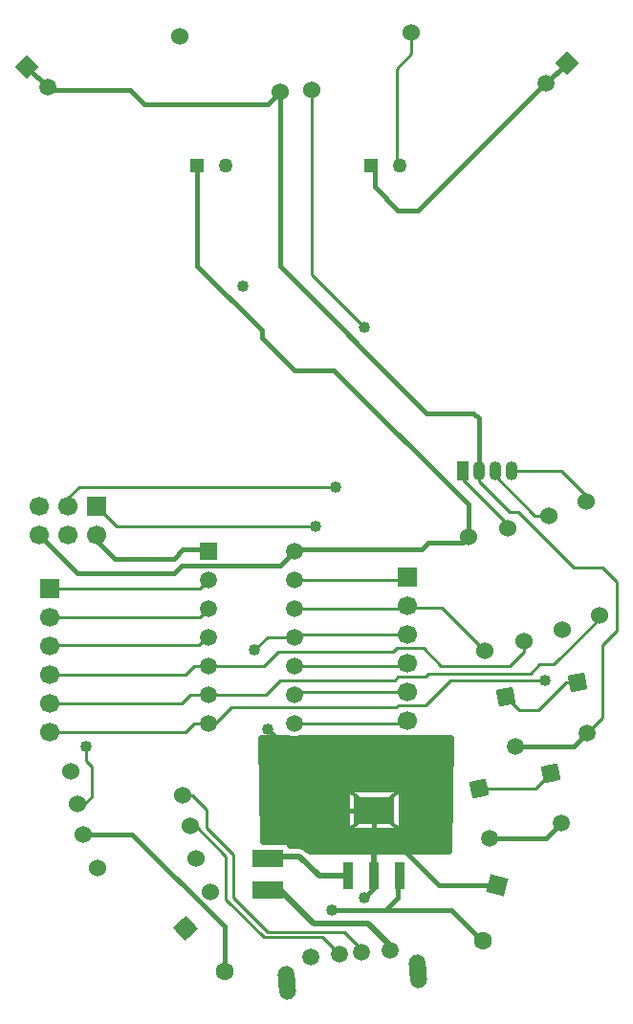
<source format=gbr>
G04 DipTrace 3.3.1.3*
G04 Bottom.gbr*
%MOIN*%
G04 #@! TF.FileFunction,Copper,L2,Bot*
G04 #@! TF.Part,Single*
%AMOUTLINE0*
4,1,4,
0.038575,0.022272,
0.022272,-0.038575,
-0.038575,-0.022272,
-0.022272,0.038575,
0.038575,0.022272,
0*%
%AMOUTLINE3*
4,1,4,
0.002276,0.044484,
0.044484,-0.002276,
-0.002276,-0.044484,
-0.044484,0.002276,
0.002276,0.044484,
0*%
%AMOUTLINE6*
4,1,4,
0.0,-0.041759,
-0.041759,0.0,
0.0,0.041759,
0.041759,0.0,
0.0,-0.041759,
0*%
%AMOUTLINE9*
4,1,4,
-0.041759,0.0,
0.0,0.041759,
0.041759,0.0,
0.0,-0.041759,
-0.041759,0.0,
0*%
%AMOUTLINE12*
4,1,4,
-0.023433,-0.034563,
-0.034563,0.023433,
0.023433,0.034563,
0.034563,-0.023433,
-0.023433,-0.034563,
0*%
%AMOUTLINE15*
4,1,4,
-0.022755,-0.035014,
-0.035014,0.022755,
0.022755,0.035014,
0.035014,-0.022755,
-0.022755,-0.035014,
0*%
%AMOUTLINE18*
4,1,16,
-0.026904,-0.031936,
-0.022899,-0.044451,
-0.01386,-0.053991,
-0.001577,-0.058663,
0.011516,-0.057543,
0.022827,-0.050853,
0.030114,-0.039919,
0.031936,-0.026904,
0.026904,0.031936,
0.022899,0.044451,
0.01386,0.053991,
0.001577,0.058663,
-0.011516,0.057543,
-0.022827,0.050853,
-0.030114,0.039919,
-0.031936,0.026904,
-0.026904,-0.031936,
0*%
G04 #@! TA.AperFunction,Conductor*
%ADD13C,0.01*%
%ADD14C,0.015*%
%ADD15C,0.02*%
G04 #@! TA.AperFunction,CopperBalancing*
%ADD16C,0.025*%
%ADD17C,0.013*%
G04 #@! TA.AperFunction,ComponentPad*
%ADD18C,0.062992*%
%ADD19C,0.05*%
%ADD20R,0.05X0.05*%
%ADD21O,0.041339X0.066929*%
%ADD22R,0.041339X0.066929*%
%ADD23C,0.059055*%
%ADD24R,0.066929X0.066929*%
%ADD25C,0.066929*%
%ADD26C,0.06*%
%ADD27C,0.06*%
%ADD28R,0.106299X0.062992*%
G04 #@! TA.AperFunction,ComponentPad*
%ADD29C,0.059055*%
%ADD30R,0.059055X0.059055*%
%ADD32R,0.037402X0.096457*%
%ADD33R,0.139764X0.09252*%
G04 #@! TA.AperFunction,ViaPad*
%ADD34C,0.04*%
G04 #@! TA.AperFunction,ComponentPad*
%ADD85OUTLINE0*%
%ADD88OUTLINE3*%
%ADD91OUTLINE6*%
%ADD94OUTLINE9*%
%ADD97OUTLINE12*%
%ADD100OUTLINE15*%
%ADD103OUTLINE18*%
%FSLAX26Y26*%
G04*
G70*
G90*
G75*
G01*
G04 Bottom*
%LPD*%
X592234Y1389074D2*
D13*
X1064108D1*
X1093564Y1418529D1*
X1143621D1*
X1168556D1*
X1224863Y1474836D1*
X1799802D1*
X1806052Y1481086D1*
X1899792D1*
X1987283Y1568577D1*
X2318498D1*
X1443621Y1818529D2*
X1825291D1*
X1836915Y1830154D1*
Y1820550D1*
X1958613D1*
X2106585Y1672579D1*
X2432338Y1560558D2*
X2390932D1*
X2294712Y1464338D1*
X2229007D1*
X2181019Y1512327D1*
X1836915Y1730154D2*
X1455246D1*
X1443621Y1718529D1*
X2087271Y1193617D2*
X2284476D1*
X2337602Y1246742D1*
X1443621Y1718529D2*
X1349818D1*
X1306104Y1674815D1*
X592234Y1489074D2*
X1051620D1*
X1081075Y1518529D1*
X1143621D1*
X1343548D1*
X1393595Y1568577D1*
X1793553D1*
X1806052Y1581075D1*
X1899792D1*
X1912291Y1593574D1*
X2268503D1*
X2299750Y1624821D1*
X2349745D1*
X2521167Y1796243D1*
X2508915D1*
X1443621Y1918529D2*
X1825291D1*
X1836915Y1930154D1*
X1506083Y3624611D2*
Y2980928D1*
X1687314Y2799697D1*
X1443621Y1618529D2*
X1825291D1*
X1836915Y1630154D1*
Y1530154D2*
X1455246D1*
X1443621Y1518529D1*
X656162Y2174763D2*
Y2205999D1*
X693669Y2243506D1*
X1587325D1*
X1721750Y887398D2*
D14*
Y1115745D1*
Y887398D2*
Y859340D1*
X1718561Y856151D1*
Y1001886D1*
X1800217D1*
X1946495Y855608D1*
X2151535D1*
X2214410Y1338336D2*
X2417497D1*
X2465729Y1386568D1*
X2124050Y1020310D2*
X2321255D1*
X2374381Y1073436D1*
X1143621Y2018529D2*
Y2024779D1*
X1056130D1*
X1024884Y1993532D1*
X818655D1*
X756162Y2056025D1*
Y2074763D1*
X1349850Y1399844D2*
X1633949Y1115745D1*
X1721750D1*
Y887398D2*
Y846842D1*
X1687314Y812406D1*
X512438Y3705852D2*
X583149Y3635141D1*
Y3624611D1*
X871861D1*
X921856Y3574616D1*
X1349850D1*
X1393595Y3618361D1*
X1263570Y2943432D2*
Y2945432D1*
X1393595Y3618361D2*
Y3012175D1*
X1906041Y2499729D1*
X2068524D1*
X2087260Y2480993D1*
Y2299750D1*
D13*
X2087272D1*
Y2262254D1*
X2193511Y2156015D1*
X2224758D1*
X2418487Y1962285D1*
X2518477D1*
X2568472Y1912291D1*
Y1743558D1*
X2518477Y1693564D1*
Y1439316D1*
X2465729Y1386568D1*
X2393490Y3718351D2*
D14*
X2322779Y3647640D1*
X2316529D1*
X1874794Y3205905D1*
X1806052D1*
X1724810Y3287146D1*
Y3362138D1*
X1712301D1*
X1443621Y2018529D2*
X1449871Y2024779D1*
X1887293D1*
X1912291Y2049776D1*
X2031028D1*
X2049776Y2068524D1*
X1574826Y768661D2*
X1762306D1*
X1990494D1*
X2096733Y662422D1*
X2099771D1*
X1812301Y887398D2*
X1806052D1*
Y812406D1*
X1762306Y768661D1*
X556162Y2074763D2*
X687388Y1943537D1*
X1024884D1*
X1049881Y1968535D1*
X1393627D1*
X1443621Y2018529D1*
X1106115Y3362138D2*
Y3012186D1*
X1331102Y2787199D1*
Y2762201D1*
X1443590Y2649713D1*
X1581075D1*
X2049776Y2181012D1*
Y2068524D1*
X708640Y1033162D2*
X879120D1*
X1199865Y712417D1*
Y556183D1*
X1852493Y3824611D2*
D13*
Y3752293D1*
X1799802Y3699603D1*
Y3374637D1*
X1812301Y3362138D1*
X1678923Y620994D2*
Y633317D1*
X1618571Y693669D1*
X1349850D1*
X1231112Y812406D1*
Y962390D1*
X1137372Y1056130D1*
Y1118624D1*
X1087377Y1168619D1*
X1056130D1*
X592234Y1889074D2*
X1114166D1*
X1143621Y1918529D1*
X592234Y1789074D2*
X1114166D1*
X1143621Y1818529D1*
X718666Y1337351D2*
Y1287356D1*
X737414Y1268608D1*
Y1162369D1*
X713031Y1137986D1*
X688338D1*
X1081128Y1062380D2*
X1099876D1*
X1206115Y956141D1*
Y806157D1*
X1337351Y674920D1*
X1539833D1*
X1600469Y614284D1*
X2199760Y2299750D2*
X2374742D1*
X2462233Y2212259D1*
Y2193511D1*
X2143511Y2299750D2*
Y2281007D1*
X2281002Y2143516D1*
X2330997D1*
X1143621Y1718529D2*
Y1724810D1*
X1112375Y1693564D1*
X596724D1*
X592234Y1689074D1*
X2031011Y2299750D2*
Y2268520D1*
X2187262Y2112270D1*
Y2099771D1*
X1776990Y629381D2*
Y644700D1*
D15*
X1701024Y720666D1*
X1510333D1*
X1393595Y837403D1*
X1349850D1*
X1631199Y887398D2*
X1531081D1*
X1462338Y956141D1*
X1374847D1*
X1362348Y968640D1*
D13*
X1349850D1*
Y947640D1*
X1443621Y1418529D2*
X1825291D1*
X1836915Y1430154D1*
X756162Y2174763D2*
X824905Y2106020D1*
X1518582D1*
X592234Y1589074D2*
X1064129D1*
X1093585Y1618529D1*
X1143621D1*
X1337309D1*
X1387346Y1668566D1*
X1787304D1*
X1799802Y1681065D1*
X1893543D1*
X1956036Y1618571D1*
X2193511D1*
X2244721Y1669781D1*
Y1703920D1*
D34*
X2318498Y1568577D3*
X1306104Y1674815D3*
X1687314Y2799697D3*
X1587325Y2243506D3*
X1349850Y1399844D3*
X1687314Y812406D3*
X1263570Y2943432D3*
X1574826Y768661D3*
X718666Y1337351D3*
X1518582Y2106020D3*
X1335371Y1339478D2*
D16*
X1985436D1*
X1335766Y1314609D2*
X1985041D1*
X1336124Y1289741D2*
X1984683D1*
X1336519Y1264872D2*
X1984288D1*
X1336877Y1240003D2*
X1983930D1*
X1337272Y1215134D2*
X1983535D1*
X1337630Y1190266D2*
X1620852D1*
X1822642D2*
X1983175D1*
X1338025Y1165397D2*
X1620852D1*
X1822642D2*
X1982781D1*
X1338385Y1140528D2*
X1620852D1*
X1822642D2*
X1982422D1*
X1338779Y1115659D2*
X1620852D1*
X1822642D2*
X1982027D1*
X1339138Y1090791D2*
X1620852D1*
X1822642D2*
X1981669D1*
X1339533Y1065922D2*
X1620852D1*
X1822642D2*
X1981273D1*
X1339892Y1041053D2*
X1620852D1*
X1822642D2*
X1980915D1*
X1340287Y1016184D2*
X1980520D1*
X1480486Y991315D2*
X1980161D1*
X1337923Y1007636D2*
X1431499D1*
Y994609D1*
X1465359Y994523D1*
X1471326Y993577D1*
X1477071Y991710D1*
X1482455Y988968D1*
X1487342Y985417D1*
X1489570Y983356D1*
X1500604Y976890D1*
X1982422D1*
X1988301Y1364319D1*
X1464417Y1364347D1*
X1457167Y1362106D1*
X1448174Y1360680D1*
X1439069D1*
X1430075Y1362106D1*
X1422968Y1364346D1*
X1332506Y1364347D1*
X1337910Y1007651D1*
X1625205Y1190504D2*
X1820132D1*
Y1040985D1*
X1623368D1*
Y1190504D1*
X1625205D1*
X1623397Y1190482D2*
D17*
X1820103Y1041006D1*
Y1190482D2*
X1623397Y1041006D1*
D18*
X2099771Y662422D3*
D85*
X2151535Y855608D3*
D18*
X1199865Y556183D3*
D88*
X1065855Y704645D3*
D19*
X1206115Y3362138D3*
D20*
X1106115D3*
D19*
X1812301D3*
D20*
X1712301D3*
D21*
X2199760Y2299750D3*
X2087260D3*
D22*
X2031011D3*
D21*
X2143511D3*
D91*
X512438Y3705852D3*
D23*
X583149Y3635141D3*
D94*
X2393490Y3718351D3*
D23*
X2322779Y3647640D3*
D24*
X1836915Y1930154D3*
D25*
Y1830154D3*
Y1730154D3*
Y1630154D3*
Y1530154D3*
Y1430154D3*
D24*
X592234Y1889074D3*
D25*
Y1789074D3*
Y1689074D3*
Y1589074D3*
Y1489074D3*
Y1389074D3*
D24*
X756162Y2174763D3*
D25*
Y2074763D3*
X656162Y2174763D3*
Y2074763D3*
X556162Y2174763D3*
Y2074763D3*
D26*
X1393595Y3618361D3*
D27*
X1044372Y3813409D3*
D26*
X1506083Y3624611D3*
D27*
X1852493Y3824611D3*
D26*
X1099876Y949892D3*
D27*
X708640Y1033162D3*
D26*
X2049776Y2068524D3*
D27*
X2106585Y1672579D3*
D26*
X1149871Y831154D3*
D27*
X758532Y913947D3*
D26*
X1056130Y1168619D3*
D27*
X665267Y1253616D3*
D26*
X1081128Y1062380D3*
D27*
X688338Y1137986D3*
D28*
X1349850Y837403D3*
Y947640D3*
D26*
X2462233Y2193511D3*
D27*
X2508915Y1796243D3*
D26*
X2330997Y2143516D3*
D27*
X2379327Y1746448D3*
D26*
X2187262Y2099771D3*
D27*
X2244721Y1703920D3*
D97*
X2181019Y1512326D3*
D29*
X2214410Y1338336D3*
X2465729Y1386568D3*
D97*
X2432338Y1560558D3*
D100*
X2087272Y1193616D3*
D29*
X2124050Y1020310D3*
X2374381Y1073436D3*
D100*
X2337602Y1246742D3*
D30*
X1143621Y2018529D3*
D23*
Y1918529D3*
Y1818529D3*
Y1718529D3*
Y1618529D3*
Y1518529D3*
Y1418529D3*
X1443621D3*
Y1518529D3*
Y1618529D3*
Y1718529D3*
Y1818529D3*
Y1918529D3*
Y2018529D3*
D32*
X1812301Y887398D3*
X1721750D3*
X1631199D3*
D33*
X1721750Y1115745D3*
D23*
X1600469Y614288D3*
X1678923Y620998D3*
X1776990Y629385D3*
X1502402Y605901D3*
D103*
X1417264Y515640D3*
X1876218Y554893D3*
M02*

</source>
